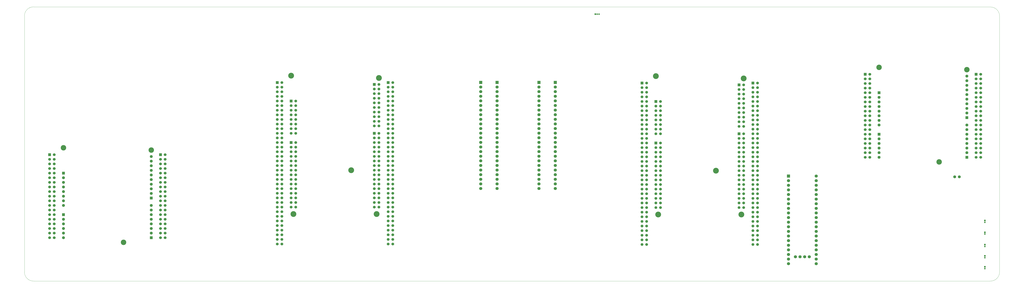
<source format=gbr>
%TF.GenerationSoftware,KiCad,Pcbnew,9.0.0+dfsg-1*%
%TF.CreationDate,2025-06-19T19:52:37-07:00*%
%TF.ProjectId,signalmesh,7369676e-616c-46d6-9573-682e6b696361,rev?*%
%TF.SameCoordinates,Original*%
%TF.FileFunction,Soldermask,Bot*%
%TF.FilePolarity,Negative*%
%FSLAX46Y46*%
G04 Gerber Fmt 4.6, Leading zero omitted, Abs format (unit mm)*
G04 Created by KiCad (PCBNEW 9.0.0+dfsg-1) date 2025-06-19 19:52:37*
%MOMM*%
%LPD*%
G01*
G04 APERTURE LIST*
%ADD10C,1.600000*%
%ADD11C,0.850000*%
%ADD12R,0.850000X0.850000*%
%ADD13C,1.700000*%
%ADD14R,1.700000X1.700000*%
%ADD15C,3.200000*%
%ADD16R,1.508000X1.508000*%
%ADD17C,1.508000*%
%ADD18C,3.000000*%
%ADD19R,1.605000X1.605000*%
%ADD20C,1.605000*%
%ADD21R,1.530000X1.530000*%
%ADD22C,1.530000*%
%TA.AperFunction,Profile*%
%ADD23C,0.050000*%
%TD*%
G04 APERTURE END LIST*
D10*
%TO.C,TH1*%
X540500000Y-143500000D03*
X543040000Y-143500000D03*
%TD*%
D11*
%TO.C,J5*%
X557125000Y-168500000D03*
D12*
X557125000Y-167500000D03*
%TD*%
D11*
%TO.C,J11*%
X557125000Y-194000000D03*
D12*
X557125000Y-193000000D03*
%TD*%
D11*
%TO.C,J6*%
X557125000Y-175000000D03*
D12*
X557125000Y-174000000D03*
%TD*%
D11*
%TO.C,J10*%
X557125000Y-188000000D03*
D12*
X557125000Y-187000000D03*
%TD*%
D11*
%TO.C,J7*%
X557125000Y-181845000D03*
D12*
X557125000Y-180845000D03*
%TD*%
D11*
%TO.C,J4*%
X345000000Y-53875000D03*
X344000000Y-53875000D03*
D12*
X343000000Y-53875000D03*
%TD*%
D13*
%TO.C,U4*%
X453000000Y-187500000D03*
X455540000Y-187500000D03*
X458080000Y-187500000D03*
X460620000Y-187500000D03*
X464428000Y-143051000D03*
X464428000Y-145591000D03*
X464428000Y-148131000D03*
X464428000Y-150671000D03*
X464428000Y-153211000D03*
X464428000Y-155751000D03*
X464428000Y-158291000D03*
X464428000Y-160831000D03*
X464428000Y-163371000D03*
X464428000Y-165911000D03*
X464428000Y-168451000D03*
X464428000Y-170991000D03*
X464428000Y-173531000D03*
X464428000Y-176071000D03*
X464428000Y-178611000D03*
X464428000Y-181151000D03*
X464428000Y-183691000D03*
X464428000Y-186231000D03*
X464428000Y-188771000D03*
X464428000Y-191311000D03*
X449188000Y-191311000D03*
X449188000Y-188771000D03*
X449188000Y-186231000D03*
X449188000Y-183691000D03*
X449188000Y-181151000D03*
X449188000Y-178611000D03*
X449188000Y-176071000D03*
X449188000Y-173531000D03*
X449188000Y-170991000D03*
X449188000Y-168451000D03*
X449188000Y-165911000D03*
X449188000Y-163371000D03*
X449188000Y-160831000D03*
X449188000Y-158291000D03*
X449188000Y-155751000D03*
X449188000Y-153211000D03*
X449188000Y-150671000D03*
X449188000Y-148131000D03*
X449188000Y-145591000D03*
D14*
X449188000Y-143051000D03*
%TD*%
D15*
%TO.C,U1*%
X175740000Y-87730000D03*
X177010000Y-163930000D03*
X208760000Y-139800000D03*
X222730000Y-163930000D03*
X224000000Y-89000000D03*
D16*
X221460000Y-92556000D03*
D17*
X224000000Y-92556000D03*
X221460000Y-95096000D03*
X224000000Y-95096000D03*
X221460000Y-97636000D03*
X224000000Y-97636000D03*
X221460000Y-100176000D03*
X224000000Y-100176000D03*
X221460000Y-102716000D03*
X224000000Y-102716000D03*
X221460000Y-105256000D03*
X224000000Y-105256000D03*
X221460000Y-107796000D03*
X224000000Y-107796000D03*
X221460000Y-110336000D03*
X224000000Y-110336000D03*
X221460000Y-112876000D03*
X224000000Y-112876000D03*
X221460000Y-115416000D03*
X224000000Y-115416000D03*
D16*
X175740000Y-101700000D03*
D17*
X178280000Y-101700000D03*
X175740000Y-104240000D03*
X178280000Y-104240000D03*
X175740000Y-106780000D03*
X178280000Y-106780000D03*
X175740000Y-109320000D03*
X178280000Y-109320000D03*
X175740000Y-111860000D03*
X178280000Y-111860000D03*
X175740000Y-114400000D03*
X178280000Y-114400000D03*
X175740000Y-116940000D03*
X178280000Y-116940000D03*
X175740000Y-119480000D03*
X178280000Y-119480000D03*
D16*
X175740000Y-124560000D03*
D17*
X178280000Y-124560000D03*
X175740000Y-127100000D03*
X178280000Y-127100000D03*
X175740000Y-129640000D03*
X178280000Y-129640000D03*
X175740000Y-132180000D03*
X178280000Y-132180000D03*
X175740000Y-134720000D03*
X178280000Y-134720000D03*
X175740000Y-137260000D03*
X178280000Y-137260000D03*
X175740000Y-139800000D03*
X178280000Y-139800000D03*
X175740000Y-142340000D03*
X178280000Y-142340000D03*
X175740000Y-144880000D03*
X178280000Y-144880000D03*
X175740000Y-147420000D03*
X178280000Y-147420000D03*
X175740000Y-149960000D03*
X178280000Y-149960000D03*
X175740000Y-152500000D03*
X178280000Y-152500000D03*
X175740000Y-155040000D03*
X178280000Y-155040000D03*
X175740000Y-157580000D03*
X178280000Y-157580000D03*
X175740000Y-160120000D03*
X178280000Y-160120000D03*
D16*
X221460000Y-119480000D03*
D17*
X224000000Y-119480000D03*
X221460000Y-122020000D03*
X224000000Y-122020000D03*
X221460000Y-124560000D03*
X224000000Y-124560000D03*
X221460000Y-127100000D03*
X224000000Y-127100000D03*
X221460000Y-129640000D03*
X224000000Y-129640000D03*
X221460000Y-132180000D03*
X224000000Y-132180000D03*
X221460000Y-134720000D03*
X224000000Y-134720000D03*
X221460000Y-137260000D03*
X224000000Y-137260000D03*
X221460000Y-139800000D03*
X224000000Y-139800000D03*
X221460000Y-142340000D03*
X224000000Y-142340000D03*
X221460000Y-144880000D03*
X224000000Y-144880000D03*
X221460000Y-147420000D03*
X224000000Y-147420000D03*
X221460000Y-149960000D03*
X224000000Y-149960000D03*
X221460000Y-152500000D03*
X224000000Y-152500000D03*
X221460000Y-155040000D03*
X224000000Y-155040000D03*
X221460000Y-157580000D03*
X224000000Y-157580000D03*
X221460000Y-160120000D03*
X224000000Y-160120000D03*
D16*
X168120000Y-91540000D03*
D17*
X170660000Y-91540000D03*
X168120000Y-94080000D03*
X170660000Y-94080000D03*
X168120000Y-96620000D03*
X170660000Y-96620000D03*
X168120000Y-99160000D03*
X170660000Y-99160000D03*
X168120000Y-101700000D03*
X170660000Y-101700000D03*
X168120000Y-104240000D03*
X170660000Y-104240000D03*
X168120000Y-106780000D03*
X170660000Y-106780000D03*
X168120000Y-109320000D03*
X170660000Y-109320000D03*
X168120000Y-111860000D03*
X170660000Y-111860000D03*
X168120000Y-114400000D03*
X170660000Y-114400000D03*
X168120000Y-116940000D03*
X170660000Y-116940000D03*
X168120000Y-119480000D03*
X170660000Y-119480000D03*
X168120000Y-122020000D03*
X170660000Y-122020000D03*
X168120000Y-124560000D03*
X170660000Y-124560000D03*
X168120000Y-127100000D03*
X170660000Y-127100000D03*
X168120000Y-129640000D03*
X170660000Y-129640000D03*
X168120000Y-132180000D03*
X170660000Y-132180000D03*
X168120000Y-134720000D03*
X170660000Y-134720000D03*
X168120000Y-137260000D03*
X170660000Y-137260000D03*
X168120000Y-139800000D03*
X170660000Y-139800000D03*
X168120000Y-142340000D03*
X170660000Y-142340000D03*
X168120000Y-144880000D03*
X170660000Y-144880000D03*
X168120000Y-147420000D03*
X170660000Y-147420000D03*
X168120000Y-149960000D03*
X170660000Y-149960000D03*
X168120000Y-152500000D03*
X170660000Y-152500000D03*
X168120000Y-155040000D03*
X170660000Y-155040000D03*
X168120000Y-157580000D03*
X170660000Y-157580000D03*
X168120000Y-160120000D03*
X170660000Y-160120000D03*
X168120000Y-162660000D03*
X170660000Y-162660000D03*
X168120000Y-165200000D03*
X170660000Y-165200000D03*
X168120000Y-167740000D03*
X170660000Y-167740000D03*
X168120000Y-170280000D03*
X170660000Y-170280000D03*
X168120000Y-172820000D03*
X170660000Y-172820000D03*
X168120000Y-175360000D03*
X170660000Y-175360000D03*
X168120000Y-177900000D03*
X170660000Y-177900000D03*
X168120000Y-180440000D03*
X170660000Y-180440000D03*
D16*
X229080000Y-91560000D03*
D17*
X231620000Y-91560000D03*
X229080000Y-94100000D03*
X231620000Y-94100000D03*
X229080000Y-96640000D03*
X231620000Y-96640000D03*
X229080000Y-99180000D03*
X231620000Y-99180000D03*
X229080000Y-101720000D03*
X231620000Y-101720000D03*
X229080000Y-104260000D03*
X231620000Y-104260000D03*
X229080000Y-106800000D03*
X231620000Y-106800000D03*
X229080000Y-109340000D03*
X231620000Y-109340000D03*
X229080000Y-111880000D03*
X231620000Y-111880000D03*
X229080000Y-114420000D03*
X231620000Y-114420000D03*
X229080000Y-116960000D03*
X231620000Y-116960000D03*
X229080000Y-119500000D03*
X231620000Y-119500000D03*
X229080000Y-122040000D03*
X231620000Y-122040000D03*
X229080000Y-124580000D03*
X231620000Y-124580000D03*
X229080000Y-127120000D03*
X231620000Y-127120000D03*
X229080000Y-129660000D03*
X231620000Y-129660000D03*
X229080000Y-132200000D03*
X231620000Y-132200000D03*
X229080000Y-134740000D03*
X231620000Y-134740000D03*
X229080000Y-137280000D03*
X231620000Y-137280000D03*
X229080000Y-139820000D03*
X231620000Y-139820000D03*
X229080000Y-142360000D03*
X231620000Y-142360000D03*
X229080000Y-144900000D03*
X231620000Y-144900000D03*
X229080000Y-147440000D03*
X231620000Y-147440000D03*
X229080000Y-149980000D03*
X231620000Y-149980000D03*
X229080000Y-152520000D03*
X231620000Y-152520000D03*
X229080000Y-155060000D03*
X231620000Y-155060000D03*
X229080000Y-157600000D03*
X231620000Y-157600000D03*
X229080000Y-160140000D03*
X231620000Y-160140000D03*
X229080000Y-162680000D03*
X231620000Y-162680000D03*
X229080000Y-165220000D03*
X231620000Y-165220000D03*
X229080000Y-167760000D03*
X231620000Y-167760000D03*
X229080000Y-170300000D03*
X231620000Y-170300000D03*
X229080000Y-172840000D03*
X231620000Y-172840000D03*
X229080000Y-175380000D03*
X231620000Y-175380000D03*
X229080000Y-177920000D03*
X231620000Y-177920000D03*
X229080000Y-180460000D03*
X231620000Y-180460000D03*
%TD*%
D14*
%TO.C,J9*%
X321000000Y-91460000D03*
D13*
X321000000Y-94000000D03*
X321000000Y-96540000D03*
X321000000Y-99080000D03*
X321000000Y-101620000D03*
X321000000Y-104160000D03*
X321000000Y-106700000D03*
X321000000Y-109240000D03*
X321000000Y-111780000D03*
X321000000Y-114320000D03*
X321000000Y-116860000D03*
X321000000Y-119400000D03*
X321000000Y-121940000D03*
X321000000Y-124480000D03*
X321000000Y-127020000D03*
X321000000Y-129560000D03*
X321000000Y-132100000D03*
X321000000Y-134640000D03*
X321000000Y-137180000D03*
X321000000Y-139720000D03*
X321000000Y-142260000D03*
X321000000Y-144800000D03*
X321000000Y-147340000D03*
X321000000Y-149880000D03*
%TD*%
D14*
%TO.C,J1*%
X289000000Y-91500000D03*
D13*
X289000000Y-94040000D03*
X289000000Y-96580000D03*
X289000000Y-99120000D03*
X289000000Y-101660000D03*
X289000000Y-104200000D03*
X289000000Y-106740000D03*
X289000000Y-109280000D03*
X289000000Y-111820000D03*
X289000000Y-114360000D03*
X289000000Y-116900000D03*
X289000000Y-119440000D03*
X289000000Y-121980000D03*
X289000000Y-124520000D03*
X289000000Y-127060000D03*
X289000000Y-129600000D03*
X289000000Y-132140000D03*
X289000000Y-134680000D03*
X289000000Y-137220000D03*
X289000000Y-139760000D03*
X289000000Y-142300000D03*
X289000000Y-144840000D03*
X289000000Y-147380000D03*
X289000000Y-149920000D03*
%TD*%
D14*
%TO.C,J8*%
X280000000Y-91500000D03*
D13*
X280000000Y-94040000D03*
X280000000Y-96580000D03*
X280000000Y-99120000D03*
X280000000Y-101660000D03*
X280000000Y-104200000D03*
X280000000Y-106740000D03*
X280000000Y-109280000D03*
X280000000Y-111820000D03*
X280000000Y-114360000D03*
X280000000Y-116900000D03*
X280000000Y-119440000D03*
X280000000Y-121980000D03*
X280000000Y-124520000D03*
X280000000Y-127060000D03*
X280000000Y-129600000D03*
X280000000Y-132140000D03*
X280000000Y-134680000D03*
X280000000Y-137220000D03*
X280000000Y-139760000D03*
X280000000Y-142300000D03*
X280000000Y-144840000D03*
X280000000Y-147380000D03*
X280000000Y-149920000D03*
%TD*%
D14*
%TO.C,J2*%
X312000000Y-91500000D03*
D13*
X312000000Y-94040000D03*
X312000000Y-96580000D03*
X312000000Y-99120000D03*
X312000000Y-101660000D03*
X312000000Y-104200000D03*
X312000000Y-106740000D03*
X312000000Y-109280000D03*
X312000000Y-111820000D03*
X312000000Y-114360000D03*
X312000000Y-116900000D03*
X312000000Y-119440000D03*
X312000000Y-121980000D03*
X312000000Y-124520000D03*
X312000000Y-127060000D03*
X312000000Y-129600000D03*
X312000000Y-132140000D03*
X312000000Y-134680000D03*
X312000000Y-137220000D03*
X312000000Y-139760000D03*
X312000000Y-142300000D03*
X312000000Y-144840000D03*
X312000000Y-147380000D03*
X312000000Y-149920000D03*
%TD*%
D18*
%TO.C,U9*%
X498980000Y-83190000D03*
X532000000Y-135260000D03*
X547240000Y-84460000D03*
D19*
X547240000Y-110880000D03*
D20*
X547240000Y-108340000D03*
X547240000Y-105800000D03*
X547240000Y-103260000D03*
X547240000Y-100720000D03*
X547240000Y-98180000D03*
X547240000Y-95640000D03*
X547240000Y-93100000D03*
X547240000Y-90560000D03*
X547240000Y-88020000D03*
D19*
X498980000Y-97160000D03*
D20*
X498980000Y-99700000D03*
X498980000Y-102240000D03*
X498980000Y-104780000D03*
X498980000Y-107320000D03*
X498980000Y-109860000D03*
X498980000Y-112400000D03*
X498980000Y-114940000D03*
D21*
X491360000Y-87000000D03*
D22*
X493900000Y-87000000D03*
X491360000Y-89540000D03*
X493900000Y-89540000D03*
X491360000Y-92080000D03*
X493900000Y-92080000D03*
X491360000Y-94620000D03*
X493900000Y-94620000D03*
X491360000Y-97160000D03*
X493900000Y-97160000D03*
X491360000Y-99700000D03*
X493900000Y-99700000D03*
X491360000Y-102240000D03*
X493900000Y-102240000D03*
X491360000Y-104780000D03*
X493900000Y-104780000D03*
X491360000Y-107320000D03*
X493900000Y-107320000D03*
X491360000Y-109860000D03*
X493900000Y-109860000D03*
X491360000Y-112400000D03*
X493900000Y-112400000D03*
X491360000Y-114940000D03*
X493900000Y-114940000D03*
X491360000Y-117480000D03*
X493900000Y-117480000D03*
X491360000Y-120020000D03*
X493900000Y-120020000D03*
X491360000Y-122560000D03*
X493900000Y-122560000D03*
X491360000Y-125100000D03*
X493900000Y-125100000D03*
X491360000Y-127640000D03*
X493900000Y-127640000D03*
X491360000Y-130180000D03*
X493900000Y-130180000D03*
X491360000Y-132720000D03*
X493900000Y-132720000D03*
D19*
X498980000Y-120020000D03*
D20*
X498980000Y-122560000D03*
X498980000Y-125100000D03*
X498980000Y-127640000D03*
X498980000Y-130180000D03*
X498980000Y-132720000D03*
D19*
X547240000Y-132720000D03*
D20*
X547240000Y-130180000D03*
X547240000Y-127640000D03*
X547240000Y-125100000D03*
X547240000Y-122560000D03*
X547240000Y-120020000D03*
X547240000Y-117480000D03*
X547240000Y-114940000D03*
D21*
X552320000Y-87000000D03*
D22*
X554860000Y-87000000D03*
X552320000Y-89540000D03*
X554860000Y-89540000D03*
X552320000Y-92080000D03*
X554860000Y-92080000D03*
X552320000Y-94620000D03*
X554860000Y-94620000D03*
X552320000Y-97160000D03*
X554860000Y-97160000D03*
X552320000Y-99700000D03*
X554860000Y-99700000D03*
X552320000Y-102240000D03*
X554860000Y-102240000D03*
X552320000Y-104780000D03*
X554860000Y-104780000D03*
X552320000Y-107320000D03*
X554860000Y-107320000D03*
X552320000Y-109860000D03*
X554860000Y-109860000D03*
X552320000Y-112400000D03*
X554860000Y-112400000D03*
X552320000Y-114940000D03*
X554860000Y-114940000D03*
X552320000Y-117480000D03*
X554860000Y-117480000D03*
X552320000Y-120020000D03*
X554860000Y-120020000D03*
X552320000Y-122560000D03*
X554860000Y-122560000D03*
X552320000Y-125100000D03*
X554860000Y-125100000D03*
X552320000Y-127640000D03*
X554860000Y-127640000D03*
X552320000Y-130180000D03*
X554860000Y-130180000D03*
X552320000Y-132720000D03*
X554860000Y-132720000D03*
%TD*%
D18*
%TO.C,U3*%
X50620000Y-127470000D03*
X83640000Y-179540000D03*
X98880000Y-128740000D03*
D19*
X98880000Y-155160000D03*
D20*
X98880000Y-152620000D03*
X98880000Y-150080000D03*
X98880000Y-147540000D03*
X98880000Y-145000000D03*
X98880000Y-142460000D03*
X98880000Y-139920000D03*
X98880000Y-137380000D03*
X98880000Y-134840000D03*
X98880000Y-132300000D03*
D19*
X50620000Y-141440000D03*
D20*
X50620000Y-143980000D03*
X50620000Y-146520000D03*
X50620000Y-149060000D03*
X50620000Y-151600000D03*
X50620000Y-154140000D03*
X50620000Y-156680000D03*
X50620000Y-159220000D03*
D21*
X43000000Y-131280000D03*
D22*
X45540000Y-131280000D03*
X43000000Y-133820000D03*
X45540000Y-133820000D03*
X43000000Y-136360000D03*
X45540000Y-136360000D03*
X43000000Y-138900000D03*
X45540000Y-138900000D03*
X43000000Y-141440000D03*
X45540000Y-141440000D03*
X43000000Y-143980000D03*
X45540000Y-143980000D03*
X43000000Y-146520000D03*
X45540000Y-146520000D03*
X43000000Y-149060000D03*
X45540000Y-149060000D03*
X43000000Y-151600000D03*
X45540000Y-151600000D03*
X43000000Y-154140000D03*
X45540000Y-154140000D03*
X43000000Y-156680000D03*
X45540000Y-156680000D03*
X43000000Y-159220000D03*
X45540000Y-159220000D03*
X43000000Y-161760000D03*
X45540000Y-161760000D03*
X43000000Y-164300000D03*
X45540000Y-164300000D03*
X43000000Y-166840000D03*
X45540000Y-166840000D03*
X43000000Y-169380000D03*
X45540000Y-169380000D03*
X43000000Y-171920000D03*
X45540000Y-171920000D03*
X43000000Y-174460000D03*
X45540000Y-174460000D03*
X43000000Y-177000000D03*
X45540000Y-177000000D03*
D19*
X50620000Y-164300000D03*
D20*
X50620000Y-166840000D03*
X50620000Y-169380000D03*
X50620000Y-171920000D03*
X50620000Y-174460000D03*
X50620000Y-177000000D03*
D19*
X98880000Y-177000000D03*
D20*
X98880000Y-174460000D03*
X98880000Y-171920000D03*
X98880000Y-169380000D03*
X98880000Y-166840000D03*
X98880000Y-164300000D03*
X98880000Y-161760000D03*
X98880000Y-159220000D03*
D21*
X103960000Y-131280000D03*
D22*
X106500000Y-131280000D03*
X103960000Y-133820000D03*
X106500000Y-133820000D03*
X103960000Y-136360000D03*
X106500000Y-136360000D03*
X103960000Y-138900000D03*
X106500000Y-138900000D03*
X103960000Y-141440000D03*
X106500000Y-141440000D03*
X103960000Y-143980000D03*
X106500000Y-143980000D03*
X103960000Y-146520000D03*
X106500000Y-146520000D03*
X103960000Y-149060000D03*
X106500000Y-149060000D03*
X103960000Y-151600000D03*
X106500000Y-151600000D03*
X103960000Y-154140000D03*
X106500000Y-154140000D03*
X103960000Y-156680000D03*
X106500000Y-156680000D03*
X103960000Y-159220000D03*
X106500000Y-159220000D03*
X103960000Y-161760000D03*
X106500000Y-161760000D03*
X103960000Y-164300000D03*
X106500000Y-164300000D03*
X103960000Y-166840000D03*
X106500000Y-166840000D03*
X103960000Y-169380000D03*
X106500000Y-169380000D03*
X103960000Y-171920000D03*
X106500000Y-171920000D03*
X103960000Y-174460000D03*
X106500000Y-174460000D03*
X103960000Y-177000000D03*
X106500000Y-177000000D03*
%TD*%
D15*
%TO.C,U2*%
X376240000Y-88030000D03*
X377510000Y-164230000D03*
X409260000Y-140100000D03*
X423230000Y-164230000D03*
X424500000Y-89300000D03*
D16*
X421960000Y-92856000D03*
D17*
X424500000Y-92856000D03*
X421960000Y-95396000D03*
X424500000Y-95396000D03*
X421960000Y-97936000D03*
X424500000Y-97936000D03*
X421960000Y-100476000D03*
X424500000Y-100476000D03*
X421960000Y-103016000D03*
X424500000Y-103016000D03*
X421960000Y-105556000D03*
X424500000Y-105556000D03*
X421960000Y-108096000D03*
X424500000Y-108096000D03*
X421960000Y-110636000D03*
X424500000Y-110636000D03*
X421960000Y-113176000D03*
X424500000Y-113176000D03*
X421960000Y-115716000D03*
X424500000Y-115716000D03*
D16*
X376240000Y-102000000D03*
D17*
X378780000Y-102000000D03*
X376240000Y-104540000D03*
X378780000Y-104540000D03*
X376240000Y-107080000D03*
X378780000Y-107080000D03*
X376240000Y-109620000D03*
X378780000Y-109620000D03*
X376240000Y-112160000D03*
X378780000Y-112160000D03*
X376240000Y-114700000D03*
X378780000Y-114700000D03*
X376240000Y-117240000D03*
X378780000Y-117240000D03*
X376240000Y-119780000D03*
X378780000Y-119780000D03*
D16*
X376240000Y-124860000D03*
D17*
X378780000Y-124860000D03*
X376240000Y-127400000D03*
X378780000Y-127400000D03*
X376240000Y-129940000D03*
X378780000Y-129940000D03*
X376240000Y-132480000D03*
X378780000Y-132480000D03*
X376240000Y-135020000D03*
X378780000Y-135020000D03*
X376240000Y-137560000D03*
X378780000Y-137560000D03*
X376240000Y-140100000D03*
X378780000Y-140100000D03*
X376240000Y-142640000D03*
X378780000Y-142640000D03*
X376240000Y-145180000D03*
X378780000Y-145180000D03*
X376240000Y-147720000D03*
X378780000Y-147720000D03*
X376240000Y-150260000D03*
X378780000Y-150260000D03*
X376240000Y-152800000D03*
X378780000Y-152800000D03*
X376240000Y-155340000D03*
X378780000Y-155340000D03*
X376240000Y-157880000D03*
X378780000Y-157880000D03*
X376240000Y-160420000D03*
X378780000Y-160420000D03*
D16*
X421960000Y-119780000D03*
D17*
X424500000Y-119780000D03*
X421960000Y-122320000D03*
X424500000Y-122320000D03*
X421960000Y-124860000D03*
X424500000Y-124860000D03*
X421960000Y-127400000D03*
X424500000Y-127400000D03*
X421960000Y-129940000D03*
X424500000Y-129940000D03*
X421960000Y-132480000D03*
X424500000Y-132480000D03*
X421960000Y-135020000D03*
X424500000Y-135020000D03*
X421960000Y-137560000D03*
X424500000Y-137560000D03*
X421960000Y-140100000D03*
X424500000Y-140100000D03*
X421960000Y-142640000D03*
X424500000Y-142640000D03*
X421960000Y-145180000D03*
X424500000Y-145180000D03*
X421960000Y-147720000D03*
X424500000Y-147720000D03*
X421960000Y-150260000D03*
X424500000Y-150260000D03*
X421960000Y-152800000D03*
X424500000Y-152800000D03*
X421960000Y-155340000D03*
X424500000Y-155340000D03*
X421960000Y-157880000D03*
X424500000Y-157880000D03*
X421960000Y-160420000D03*
X424500000Y-160420000D03*
D16*
X368620000Y-91840000D03*
D17*
X371160000Y-91840000D03*
X368620000Y-94380000D03*
X371160000Y-94380000D03*
X368620000Y-96920000D03*
X371160000Y-96920000D03*
X368620000Y-99460000D03*
X371160000Y-99460000D03*
X368620000Y-102000000D03*
X371160000Y-102000000D03*
X368620000Y-104540000D03*
X371160000Y-104540000D03*
X368620000Y-107080000D03*
X371160000Y-107080000D03*
X368620000Y-109620000D03*
X371160000Y-109620000D03*
X368620000Y-112160000D03*
X371160000Y-112160000D03*
X368620000Y-114700000D03*
X371160000Y-114700000D03*
X368620000Y-117240000D03*
X371160000Y-117240000D03*
X368620000Y-119780000D03*
X371160000Y-119780000D03*
X368620000Y-122320000D03*
X371160000Y-122320000D03*
X368620000Y-124860000D03*
X371160000Y-124860000D03*
X368620000Y-127400000D03*
X371160000Y-127400000D03*
X368620000Y-129940000D03*
X371160000Y-129940000D03*
X368620000Y-132480000D03*
X371160000Y-132480000D03*
X368620000Y-135020000D03*
X371160000Y-135020000D03*
X368620000Y-137560000D03*
X371160000Y-137560000D03*
X368620000Y-140100000D03*
X371160000Y-140100000D03*
X368620000Y-142640000D03*
X371160000Y-142640000D03*
X368620000Y-145180000D03*
X371160000Y-145180000D03*
X368620000Y-147720000D03*
X371160000Y-147720000D03*
X368620000Y-150260000D03*
X371160000Y-150260000D03*
X368620000Y-152800000D03*
X371160000Y-152800000D03*
X368620000Y-155340000D03*
X371160000Y-155340000D03*
X368620000Y-157880000D03*
X371160000Y-157880000D03*
X368620000Y-160420000D03*
X371160000Y-160420000D03*
X368620000Y-162960000D03*
X371160000Y-162960000D03*
X368620000Y-165500000D03*
X371160000Y-165500000D03*
X368620000Y-168040000D03*
X371160000Y-168040000D03*
X368620000Y-170580000D03*
X371160000Y-170580000D03*
X368620000Y-173120000D03*
X371160000Y-173120000D03*
X368620000Y-175660000D03*
X371160000Y-175660000D03*
X368620000Y-178200000D03*
X371160000Y-178200000D03*
X368620000Y-180740000D03*
X371160000Y-180740000D03*
D16*
X429580000Y-91860000D03*
D17*
X432120000Y-91860000D03*
X429580000Y-94400000D03*
X432120000Y-94400000D03*
X429580000Y-96940000D03*
X432120000Y-96940000D03*
X429580000Y-99480000D03*
X432120000Y-99480000D03*
X429580000Y-102020000D03*
X432120000Y-102020000D03*
X429580000Y-104560000D03*
X432120000Y-104560000D03*
X429580000Y-107100000D03*
X432120000Y-107100000D03*
X429580000Y-109640000D03*
X432120000Y-109640000D03*
X429580000Y-112180000D03*
X432120000Y-112180000D03*
X429580000Y-114720000D03*
X432120000Y-114720000D03*
X429580000Y-117260000D03*
X432120000Y-117260000D03*
X429580000Y-119800000D03*
X432120000Y-119800000D03*
X429580000Y-122340000D03*
X432120000Y-122340000D03*
X429580000Y-124880000D03*
X432120000Y-124880000D03*
X429580000Y-127420000D03*
X432120000Y-127420000D03*
X429580000Y-129960000D03*
X432120000Y-129960000D03*
X429580000Y-132500000D03*
X432120000Y-132500000D03*
X429580000Y-135040000D03*
X432120000Y-135040000D03*
X429580000Y-137580000D03*
X432120000Y-137580000D03*
X429580000Y-140120000D03*
X432120000Y-140120000D03*
X429580000Y-142660000D03*
X432120000Y-142660000D03*
X429580000Y-145200000D03*
X432120000Y-145200000D03*
X429580000Y-147740000D03*
X432120000Y-147740000D03*
X429580000Y-150280000D03*
X432120000Y-150280000D03*
X429580000Y-152820000D03*
X432120000Y-152820000D03*
X429580000Y-155360000D03*
X432120000Y-155360000D03*
X429580000Y-157900000D03*
X432120000Y-157900000D03*
X429580000Y-160440000D03*
X432120000Y-160440000D03*
X429580000Y-162980000D03*
X432120000Y-162980000D03*
X429580000Y-165520000D03*
X432120000Y-165520000D03*
X429580000Y-168060000D03*
X432120000Y-168060000D03*
X429580000Y-170600000D03*
X432120000Y-170600000D03*
X429580000Y-173140000D03*
X432120000Y-173140000D03*
X429580000Y-175680000D03*
X432120000Y-175680000D03*
X429580000Y-178220000D03*
X432120000Y-178220000D03*
X429580000Y-180760000D03*
X432120000Y-180760000D03*
%TD*%
D23*
X34180000Y-200880000D02*
G75*
G02*
X29180000Y-195880000I0J5000000D01*
G01*
X29180000Y-195880000D02*
X29180000Y-54880000D01*
X34180000Y-49880000D02*
X560180000Y-49951068D01*
X560180000Y-200880000D02*
X34180000Y-200880000D01*
X565180000Y-195880000D02*
G75*
G02*
X560180000Y-200880000I-5000000J0D01*
G01*
X565180000Y-54951068D02*
X565180000Y-195880000D01*
X29180000Y-54880000D02*
G75*
G02*
X34180000Y-49880000I5000000J0D01*
G01*
X560180000Y-49951068D02*
G75*
G02*
X565180032Y-54951068I0J-5000032D01*
G01*
M02*

</source>
